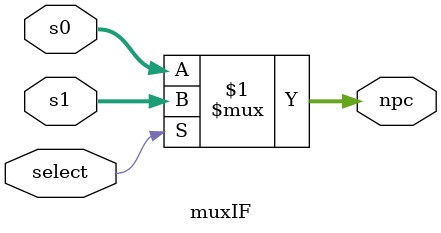
<source format=v>
/*
Multiplexer Module which will pick between
the next sequential PC value and the 
PC Value calculated in the Execute stage
depending on the value of the select line
set in the Memory Stage.
*/
module muxIF(input [31:0] s0, s1,
			input select, 
			output [31:0] npc
			);

assign npc = (select) ? s1 : s0 ;

endmodule
</source>
